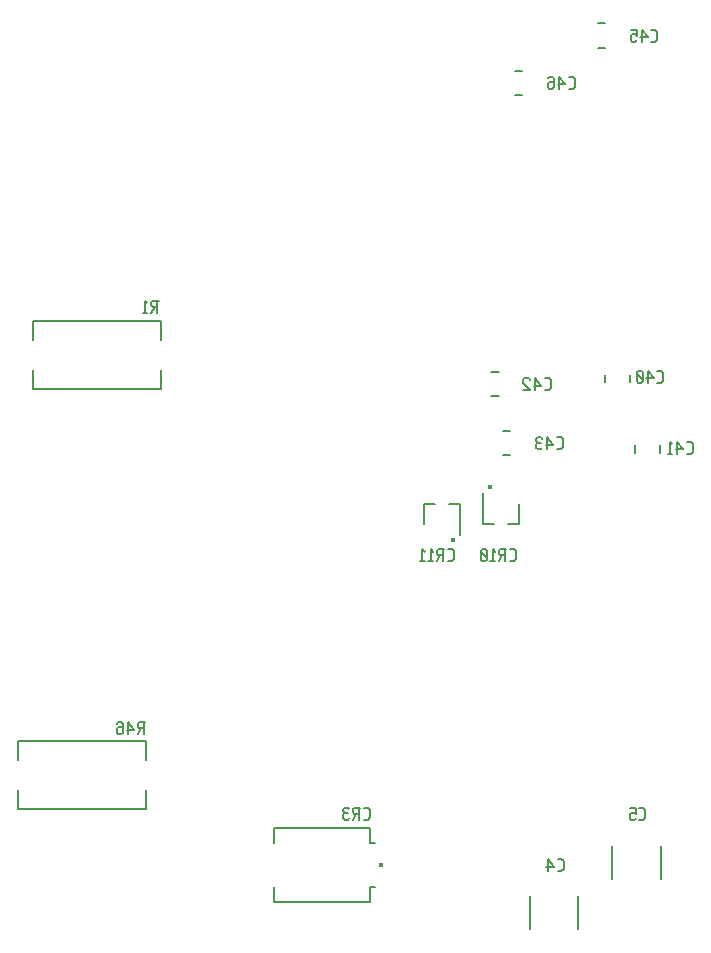
<source format=gbo>
G04 start of page 10 for group -4078 idx -4078 *
G04 Title: EW10A - linear power supply, bottomsilk *
G04 Creator: pcb 1.99z *
G04 CreationDate: Mon 08 Sep 2014 07:20:40 PM GMT UTC *
G04 For: eelco *
G04 Format: Gerber/RS-274X *
G04 PCB-Dimensions (mil): 5511.81 5511.81 *
G04 PCB-Coordinate-Origin: lower left *
%MOIN*%
%FSLAX25Y25*%
%LNBOTTOMSILK*%
%ADD129C,0.0079*%
%ADD128C,0.0157*%
%ADD127C,0.0081*%
G54D127*X339370Y377835D02*X341732D01*
X339370Y385945D02*X341732D01*
X366929Y401693D02*X369291D01*
X366929Y393583D02*X369291D01*
X387539Y261024D02*Y258661D01*
X379429Y261024D02*Y258661D01*
X369429Y284646D02*Y282283D01*
X377539Y284646D02*Y282283D01*
X321063Y234724D02*Y231299D01*
X308858Y241654D02*Y234724D01*
Y241654D02*X312598D01*
X317323D02*X321063D01*
Y234724D01*
G54D128*X318701Y229331D03*
G54D127*X328543Y245079D02*Y241654D01*
X340748D02*Y234724D01*
X337008D02*X340748D01*
X328543D02*X332283D01*
X328543Y241654D02*Y234724D01*
G54D128*X330906Y247047D03*
G54D127*X178740Y302598D02*X221260D01*
Y296102D01*
Y286260D02*Y279764D01*
X178740D02*X221260D01*
X178740Y286260D02*Y279764D01*
Y302598D02*Y296102D01*
X331496Y277441D02*X333858D01*
X331496Y285551D02*X333858D01*
X335433Y265866D02*X337795D01*
X335433Y257756D02*X337795D01*
X173740Y162598D02*X216260D01*
Y156102D01*
Y146260D02*Y139764D01*
X173740D02*X216260D01*
X173740Y146260D02*Y139764D01*
Y162598D02*Y156102D01*
X258976Y108937D02*X291024D01*
X258976Y113898D02*Y108937D01*
Y133425D02*Y128465D01*
Y133425D02*X291024D01*
Y128465D01*
Y113898D02*Y108937D01*
Y128465D02*X292598D01*
X291024Y113898D02*X292598D01*
G54D128*X294606Y121181D03*
G54D127*X360433Y110827D02*Y99803D01*
X344291Y110827D02*Y99803D01*
X387992Y127559D02*Y116535D01*
X371850Y127559D02*Y116535D01*
G54D129*X214083Y168803D02*X216083D01*
X214083D02*X213583Y168303D01*
Y167303D02*Y168303D01*
X214083Y166803D02*X213583Y167303D01*
X214083Y166803D02*X215583D01*
Y164803D02*Y168803D01*
X214783Y166803D02*X213583Y164803D01*
X212383Y166303D02*X210383Y168803D01*
X209883Y166303D02*X212383D01*
X210383Y164803D02*Y168803D01*
X207183D02*X206683Y168303D01*
X207183Y168803D02*X208183D01*
X208683Y168303D02*X208183Y168803D01*
X208683Y165303D02*Y168303D01*
Y165303D02*X208183Y164803D01*
X207183Y167003D02*X206683Y166503D01*
X207183Y167003D02*X208683D01*
X207183Y164803D02*X208183D01*
X207183D02*X206683Y165303D01*
Y166503D01*
X380854Y136161D02*X382154D01*
X382854Y136861D02*X382154Y136161D01*
X382854Y136861D02*Y139461D01*
X382154Y140161D01*
X380854D02*X382154D01*
X377654D02*X379654D01*
Y138161D02*Y140161D01*
Y138161D02*X379154Y138661D01*
X378154D02*X379154D01*
X378154D02*X377654Y138161D01*
Y136661D02*Y138161D01*
X378154Y136161D02*X377654Y136661D01*
X378154Y136161D02*X379154D01*
X379654Y136661D02*X379154Y136161D01*
X353315Y259764D02*X354615D01*
X355315Y260464D02*X354615Y259764D01*
X355315Y260464D02*Y263064D01*
X354615Y263764D01*
X353315D02*X354615D01*
X352115Y261264D02*X350115Y263764D01*
X349615Y261264D02*X352115D01*
X350115Y259764D02*Y263764D01*
X348415Y263264D02*X347915Y263764D01*
X346915D02*X347915D01*
X346915D02*X346415Y263264D01*
X346915Y259764D02*X346415Y260264D01*
X346915Y259764D02*X347915D01*
X348415Y260264D02*X347915Y259764D01*
X346915Y261964D02*X347915D01*
X346415Y262464D02*Y263264D01*
Y260264D02*Y261464D01*
X346915Y261964D01*
X346415Y262464D02*X346915Y261964D01*
X396622Y258169D02*X397922D01*
X398622Y258869D02*X397922Y258169D01*
X398622Y258869D02*Y261469D01*
X397922Y262169D01*
X396622D02*X397922D01*
X395422Y259669D02*X393422Y262169D01*
X392922Y259669D02*X395422D01*
X393422Y258169D02*Y262169D01*
X391722Y261369D02*X390922Y262169D01*
Y258169D02*Y262169D01*
X390222Y258169D02*X391722D01*
X337567Y222362D02*X338867D01*
X339567Y223062D02*X338867Y222362D01*
X339567Y223062D02*Y225662D01*
X338867Y226362D01*
X337567D02*X338867D01*
X334367D02*X336367D01*
X334367D02*X333867Y225862D01*
Y224862D02*Y225862D01*
X334367Y224362D02*X333867Y224862D01*
X334367Y224362D02*X335867D01*
Y222362D02*Y226362D01*
X335067Y224362D02*X333867Y222362D01*
X332667Y225562D02*X331867Y226362D01*
Y222362D02*Y226362D01*
X331167Y222362D02*X332667D01*
X329967Y222862D02*X329467Y222362D01*
X329967Y222862D02*Y225862D01*
X329467Y226362D01*
X328467D02*X329467D01*
X328467D02*X327967Y225862D01*
Y222862D02*Y225862D01*
X328467Y222362D02*X327967Y222862D01*
X328467Y222362D02*X329467D01*
X329967Y223362D02*X327967Y225362D01*
X316898Y222362D02*X318198D01*
X318898Y223062D02*X318198Y222362D01*
X318898Y223062D02*Y225662D01*
X318198Y226362D01*
X316898D02*X318198D01*
X313698D02*X315698D01*
X313698D02*X313198Y225862D01*
Y224862D02*Y225862D01*
X313698Y224362D02*X313198Y224862D01*
X313698Y224362D02*X315198D01*
Y222362D02*Y226362D01*
X314398Y224362D02*X313198Y222362D01*
X311998Y225562D02*X311198Y226362D01*
Y222362D02*Y226362D01*
X310498Y222362D02*X311998D01*
X309298Y225562D02*X308498Y226362D01*
Y222362D02*Y226362D01*
X307798Y222362D02*X309298D01*
X288945Y136299D02*X290245D01*
X290945Y136999D02*X290245Y136299D01*
X290945Y136999D02*Y139599D01*
X290245Y140299D01*
X288945D02*X290245D01*
X285745D02*X287745D01*
X285745D02*X285245Y139799D01*
Y138799D02*Y139799D01*
X285745Y138299D02*X285245Y138799D01*
X285745Y138299D02*X287245D01*
Y136299D02*Y140299D01*
X286445Y138299D02*X285245Y136299D01*
X284045Y139799D02*X283545Y140299D01*
X282545D02*X283545D01*
X282545D02*X282045Y139799D01*
X282545Y136299D02*X282045Y136799D01*
X282545Y136299D02*X283545D01*
X284045Y136799D02*X283545Y136299D01*
X282545Y138499D02*X283545D01*
X282045Y138999D02*Y139799D01*
Y136799D02*Y137999D01*
X282545Y138499D01*
X282045Y138999D02*X282545Y138499D01*
X353551Y119154D02*X354851D01*
X355551Y119854D02*X354851Y119154D01*
X355551Y119854D02*Y122454D01*
X354851Y123154D01*
X353551D02*X354851D01*
X352351Y120654D02*X350351Y123154D01*
X349851Y120654D02*X352351D01*
X350351Y119154D02*Y123154D01*
X384811Y395591D02*X386111D01*
X386811Y396291D02*X386111Y395591D01*
X386811Y396291D02*Y398891D01*
X386111Y399591D01*
X384811D02*X386111D01*
X383611Y397091D02*X381611Y399591D01*
X381111Y397091D02*X383611D01*
X381611Y395591D02*Y399591D01*
X377911D02*X379911D01*
Y397591D02*Y399591D01*
Y397591D02*X379411Y398091D01*
X378411D02*X379411D01*
X378411D02*X377911Y397591D01*
Y396091D02*Y397591D01*
X378411Y395591D02*X377911Y396091D01*
X378411Y395591D02*X379411D01*
X379911Y396091D02*X379411Y395591D01*
X349378Y279449D02*X350678D01*
X351378Y280149D02*X350678Y279449D01*
X351378Y280149D02*Y282749D01*
X350678Y283449D01*
X349378D02*X350678D01*
X348178Y280949D02*X346178Y283449D01*
X345678Y280949D02*X348178D01*
X346178Y279449D02*Y283449D01*
X344478Y282949D02*X343978Y283449D01*
X342478D02*X343978D01*
X342478D02*X341978Y282949D01*
Y281949D02*Y282949D01*
X344478Y279449D02*X341978Y281949D01*
Y279449D02*X344478D01*
X386780Y281870D02*X388080D01*
X388780Y282570D02*X388080Y281870D01*
X388780Y282570D02*Y285170D01*
X388080Y285870D01*
X386780D02*X388080D01*
X385580Y283370D02*X383580Y285870D01*
X383080Y283370D02*X385580D01*
X383580Y281870D02*Y285870D01*
X381880Y282370D02*X381380Y281870D01*
X381880Y282370D02*Y285370D01*
X381380Y285870D01*
X380380D02*X381380D01*
X380380D02*X379880Y285370D01*
Y282370D02*Y285370D01*
X380380Y281870D02*X379880Y282370D01*
X380380Y281870D02*X381380D01*
X381880Y282870D02*X379880Y284870D01*
X357252Y379843D02*X358552D01*
X359252Y380543D02*X358552Y379843D01*
X359252Y380543D02*Y383143D01*
X358552Y383843D01*
X357252D02*X358552D01*
X356052Y381343D02*X354052Y383843D01*
X353552Y381343D02*X356052D01*
X354052Y379843D02*Y383843D01*
X350852D02*X350352Y383343D01*
X350852Y383843D02*X351852D01*
X352352Y383343D02*X351852Y383843D01*
X352352Y380343D02*Y383343D01*
Y380343D02*X351852Y379843D01*
X350852Y382043D02*X350352Y381543D01*
X350852Y382043D02*X352352D01*
X350852Y379843D02*X351852D01*
X350852D02*X350352Y380343D01*
Y381543D01*
X218551Y309315D02*X220551D01*
X218551D02*X218051Y308815D01*
Y307815D02*Y308815D01*
X218551Y307315D02*X218051Y307815D01*
X218551Y307315D02*X220051D01*
Y305315D02*Y309315D01*
X219251Y307315D02*X218051Y305315D01*
X216851Y308515D02*X216051Y309315D01*
Y305315D02*Y309315D01*
X215351Y305315D02*X216851D01*
M02*

</source>
